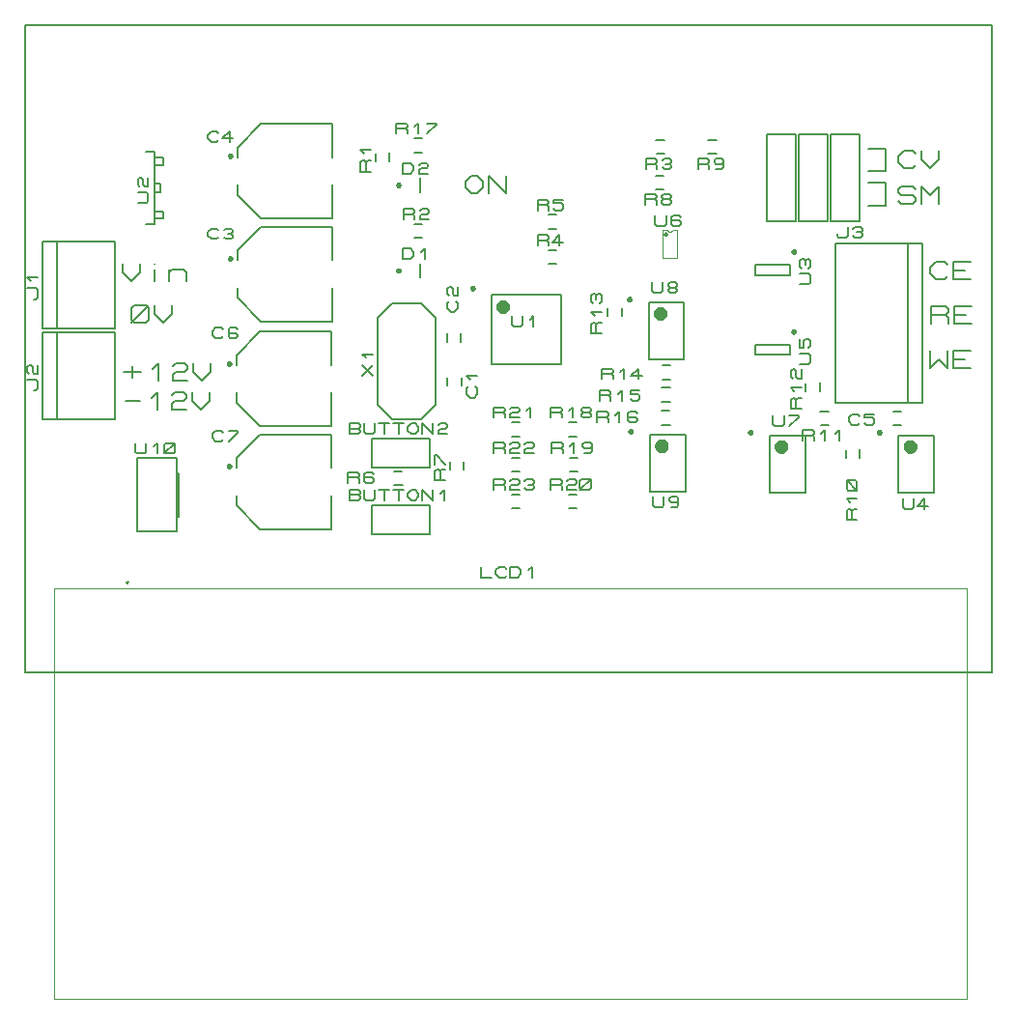
<source format=gbr>
G04 PROTEUS RS274X GERBER FILE*
%FSLAX45Y45*%
%MOMM*%
G01*
%ADD31C,0.203200*%
%ADD35C,0.250000*%
%ADD36C,0.200000*%
%ADD37C,0.600000*%
%ADD38C,0.101600*%
%ADD39C,0.100000*%
D31*
X-8406620Y+3782500D02*
X-8330420Y+3782500D01*
X-8330420Y+4417500D01*
X-8406620Y+4417500D01*
X-8330420Y+4061900D02*
X-8279620Y+4061900D01*
X-8279620Y+4138100D01*
X-8330420Y+4138100D01*
X-8330420Y+3833300D02*
X-8254220Y+3833300D01*
X-8254220Y+3896800D01*
X-8330420Y+3896800D01*
X-8330420Y+4366700D02*
X-8254220Y+4366700D01*
X-8254220Y+4303200D01*
X-8330420Y+4303200D02*
X-8254220Y+4303200D01*
X-8475200Y+3973000D02*
X-8399000Y+3973000D01*
X-8383760Y+3988875D01*
X-8383760Y+4052375D01*
X-8399000Y+4068250D01*
X-8475200Y+4068250D01*
X-8459960Y+4115875D02*
X-8475200Y+4131750D01*
X-8475200Y+4179375D01*
X-8459960Y+4195250D01*
X-8444720Y+4195250D01*
X-8429480Y+4179375D01*
X-8429480Y+4131750D01*
X-8414240Y+4115875D01*
X-8383760Y+4115875D01*
X-8383760Y+4195250D01*
X-8610000Y+3439200D02*
X-8610000Y+3363000D01*
X-8533800Y+3286800D01*
X-8457600Y+3363000D01*
X-8457600Y+3439200D01*
X-8330600Y+3388400D02*
X-8330600Y+3286800D01*
X-8330600Y+3439200D02*
X-8330600Y+3439200D01*
X-8203600Y+3286800D02*
X-8203600Y+3388400D01*
X-8203600Y+3363000D02*
X-8178200Y+3388400D01*
X-8076600Y+3388400D01*
X-8051200Y+3363000D01*
X-8051200Y+3286800D01*
X-9460000Y-140000D02*
X-990000Y-140000D01*
X-990000Y+5530000D01*
X-9460000Y+5530000D01*
X-9460000Y-140000D01*
X-8530000Y+2952200D02*
X-8530000Y+3053800D01*
X-8504600Y+3079200D01*
X-8403000Y+3079200D01*
X-8377600Y+3053800D01*
X-8377600Y+2952200D01*
X-8403000Y+2926800D01*
X-8504600Y+2926800D01*
X-8530000Y+2952200D01*
X-8530000Y+2926800D02*
X-8377600Y+3079200D01*
X-8326800Y+3079200D02*
X-8326800Y+3003000D01*
X-8250600Y+2926800D01*
X-8174400Y+3003000D01*
X-8174400Y+3079200D01*
D35*
X-7652500Y+3485000D02*
X-7652543Y+3486039D01*
X-7652895Y+3488118D01*
X-7653632Y+3490197D01*
X-7654836Y+3492276D01*
X-7656677Y+3494326D01*
X-7658756Y+3495829D01*
X-7660835Y+3496786D01*
X-7662914Y+3497325D01*
X-7664993Y+3497500D01*
X-7665000Y+3497500D01*
X-7677500Y+3485000D02*
X-7677457Y+3486039D01*
X-7677105Y+3488118D01*
X-7676368Y+3490197D01*
X-7675164Y+3492276D01*
X-7673323Y+3494326D01*
X-7671244Y+3495829D01*
X-7669165Y+3496786D01*
X-7667086Y+3497325D01*
X-7665007Y+3497500D01*
X-7665000Y+3497500D01*
X-7677500Y+3485000D02*
X-7677457Y+3483961D01*
X-7677105Y+3481882D01*
X-7676368Y+3479803D01*
X-7675164Y+3477724D01*
X-7673323Y+3475674D01*
X-7671244Y+3474171D01*
X-7669165Y+3473214D01*
X-7667086Y+3472675D01*
X-7665007Y+3472500D01*
X-7665000Y+3472500D01*
X-7652500Y+3485000D02*
X-7652543Y+3483961D01*
X-7652895Y+3481882D01*
X-7653632Y+3479803D01*
X-7654836Y+3477724D01*
X-7656677Y+3475674D01*
X-7658756Y+3474171D01*
X-7660835Y+3473214D01*
X-7662914Y+3472675D01*
X-7664993Y+3472500D01*
X-7665000Y+3472500D01*
D36*
X-7600000Y+3470000D02*
X-7600000Y+3557500D01*
X-7392500Y+3765000D01*
X-6770000Y+3765000D01*
X-6770000Y+3470000D01*
X-7600000Y+3230000D02*
X-7600000Y+3142500D01*
X-7392500Y+2935000D01*
X-6770000Y+2935000D01*
X-6770000Y+3230000D01*
D31*
X-7766750Y+3670720D02*
X-7782625Y+3655480D01*
X-7830250Y+3655480D01*
X-7862000Y+3685960D01*
X-7862000Y+3716440D01*
X-7830250Y+3746920D01*
X-7782625Y+3746920D01*
X-7766750Y+3731680D01*
X-7719125Y+3731680D02*
X-7703250Y+3746920D01*
X-7655625Y+3746920D01*
X-7639750Y+3731680D01*
X-7639750Y+3716440D01*
X-7655625Y+3701200D01*
X-7639750Y+3685960D01*
X-7639750Y+3670720D01*
X-7655625Y+3655480D01*
X-7703250Y+3655480D01*
X-7719125Y+3670720D01*
X-7687375Y+3701200D02*
X-7655625Y+3701200D01*
D35*
X-7652500Y+4385000D02*
X-7652543Y+4386039D01*
X-7652895Y+4388118D01*
X-7653632Y+4390197D01*
X-7654836Y+4392276D01*
X-7656677Y+4394326D01*
X-7658756Y+4395829D01*
X-7660835Y+4396786D01*
X-7662914Y+4397325D01*
X-7664993Y+4397500D01*
X-7665000Y+4397500D01*
X-7677500Y+4385000D02*
X-7677457Y+4386039D01*
X-7677105Y+4388118D01*
X-7676368Y+4390197D01*
X-7675164Y+4392276D01*
X-7673323Y+4394326D01*
X-7671244Y+4395829D01*
X-7669165Y+4396786D01*
X-7667086Y+4397325D01*
X-7665007Y+4397500D01*
X-7665000Y+4397500D01*
X-7677500Y+4385000D02*
X-7677457Y+4383961D01*
X-7677105Y+4381882D01*
X-7676368Y+4379803D01*
X-7675164Y+4377724D01*
X-7673323Y+4375674D01*
X-7671244Y+4374171D01*
X-7669165Y+4373214D01*
X-7667086Y+4372675D01*
X-7665007Y+4372500D01*
X-7665000Y+4372500D01*
X-7652500Y+4385000D02*
X-7652543Y+4383961D01*
X-7652895Y+4381882D01*
X-7653632Y+4379803D01*
X-7654836Y+4377724D01*
X-7656677Y+4375674D01*
X-7658756Y+4374171D01*
X-7660835Y+4373214D01*
X-7662914Y+4372675D01*
X-7664993Y+4372500D01*
X-7665000Y+4372500D01*
D36*
X-7600000Y+4370000D02*
X-7600000Y+4457500D01*
X-7392500Y+4665000D01*
X-6770000Y+4665000D01*
X-6770000Y+4370000D01*
X-7600000Y+4130000D02*
X-7600000Y+4042500D01*
X-7392500Y+3835000D01*
X-6770000Y+3835000D01*
X-6770000Y+4130000D01*
D31*
X-7766750Y+4520720D02*
X-7782625Y+4505480D01*
X-7830250Y+4505480D01*
X-7862000Y+4535960D01*
X-7862000Y+4566440D01*
X-7830250Y+4596920D01*
X-7782625Y+4596920D01*
X-7766750Y+4581680D01*
X-7639750Y+4535960D02*
X-7735000Y+4535960D01*
X-7671500Y+4596920D01*
X-7671500Y+4505480D01*
X-6049700Y+4538420D02*
X-5981120Y+4538420D01*
X-6049700Y+4416500D02*
X-5978580Y+4416500D01*
X-6207180Y+4579060D02*
X-6207180Y+4670500D01*
X-6127805Y+4670500D01*
X-6111930Y+4655260D01*
X-6111930Y+4640020D01*
X-6127805Y+4624780D01*
X-6207180Y+4624780D01*
X-6127805Y+4624780D02*
X-6111930Y+4609540D01*
X-6111930Y+4579060D01*
X-6048430Y+4640020D02*
X-6016680Y+4670500D01*
X-6016680Y+4579060D01*
X-5937305Y+4670500D02*
X-5857930Y+4670500D01*
X-5857930Y+4655260D01*
X-5937305Y+4579060D01*
D35*
X-6177500Y+4130000D02*
X-6177543Y+4131039D01*
X-6177895Y+4133118D01*
X-6178632Y+4135197D01*
X-6179836Y+4137276D01*
X-6181677Y+4139326D01*
X-6183756Y+4140829D01*
X-6185835Y+4141786D01*
X-6187914Y+4142325D01*
X-6189993Y+4142500D01*
X-6190000Y+4142500D01*
X-6202500Y+4130000D02*
X-6202457Y+4131039D01*
X-6202105Y+4133118D01*
X-6201368Y+4135197D01*
X-6200164Y+4137276D01*
X-6198323Y+4139326D01*
X-6196244Y+4140829D01*
X-6194165Y+4141786D01*
X-6192086Y+4142325D01*
X-6190007Y+4142500D01*
X-6190000Y+4142500D01*
X-6202500Y+4130000D02*
X-6202457Y+4128961D01*
X-6202105Y+4126882D01*
X-6201368Y+4124803D01*
X-6200164Y+4122724D01*
X-6198323Y+4120674D01*
X-6196244Y+4119171D01*
X-6194165Y+4118214D01*
X-6192086Y+4117675D01*
X-6190007Y+4117500D01*
X-6190000Y+4117500D01*
X-6177500Y+4130000D02*
X-6177543Y+4128961D01*
X-6177895Y+4126882D01*
X-6178632Y+4124803D01*
X-6179836Y+4122724D01*
X-6181677Y+4120674D01*
X-6183756Y+4119171D01*
X-6185835Y+4118214D01*
X-6187914Y+4117675D01*
X-6189993Y+4117500D01*
X-6190000Y+4117500D01*
D36*
X-6000000Y+4190000D02*
X-6000000Y+4070000D01*
D31*
X-6150750Y+4230480D02*
X-6150750Y+4321920D01*
X-6087250Y+4321920D01*
X-6055500Y+4291440D01*
X-6055500Y+4260960D01*
X-6087250Y+4230480D01*
X-6150750Y+4230480D01*
X-6007875Y+4306680D02*
X-5992000Y+4321920D01*
X-5944375Y+4321920D01*
X-5928500Y+4306680D01*
X-5928500Y+4291440D01*
X-5944375Y+4276200D01*
X-5992000Y+4276200D01*
X-6007875Y+4260960D01*
X-6007875Y+4230480D01*
X-5928500Y+4230480D01*
D36*
X-5375000Y+2555000D02*
X-4765000Y+2555000D01*
X-4765000Y+3165000D01*
X-5375000Y+3165000D01*
X-5375000Y+2555000D01*
D37*
X-5245000Y+3065000D02*
X-5245103Y+3067489D01*
X-5245945Y+3072469D01*
X-5247705Y+3077449D01*
X-5250582Y+3082429D01*
X-5254983Y+3087345D01*
X-5259963Y+3090959D01*
X-5264943Y+3093264D01*
X-5269923Y+3094567D01*
X-5274903Y+3095000D01*
X-5275000Y+3095000D01*
X-5305000Y+3065000D02*
X-5304897Y+3067489D01*
X-5304055Y+3072469D01*
X-5302295Y+3077449D01*
X-5299418Y+3082429D01*
X-5295017Y+3087345D01*
X-5290037Y+3090959D01*
X-5285057Y+3093264D01*
X-5280077Y+3094567D01*
X-5275097Y+3095000D01*
X-5275000Y+3095000D01*
X-5305000Y+3065000D02*
X-5304897Y+3062511D01*
X-5304055Y+3057531D01*
X-5302295Y+3052551D01*
X-5299418Y+3047571D01*
X-5295017Y+3042655D01*
X-5290037Y+3039041D01*
X-5285057Y+3036736D01*
X-5280077Y+3035433D01*
X-5275097Y+3035000D01*
X-5275000Y+3035000D01*
X-5245000Y+3065000D02*
X-5245103Y+3062511D01*
X-5245945Y+3057531D01*
X-5247705Y+3052551D01*
X-5250582Y+3047571D01*
X-5254983Y+3042655D01*
X-5259963Y+3039041D01*
X-5264943Y+3036736D01*
X-5269923Y+3035433D01*
X-5274903Y+3035000D01*
X-5275000Y+3035000D01*
D35*
X-5527500Y+3225000D02*
X-5527543Y+3226039D01*
X-5527895Y+3228118D01*
X-5528632Y+3230197D01*
X-5529836Y+3232276D01*
X-5531677Y+3234326D01*
X-5533756Y+3235829D01*
X-5535835Y+3236786D01*
X-5537914Y+3237325D01*
X-5539993Y+3237500D01*
X-5540000Y+3237500D01*
X-5552500Y+3225000D02*
X-5552457Y+3226039D01*
X-5552105Y+3228118D01*
X-5551368Y+3230197D01*
X-5550164Y+3232276D01*
X-5548323Y+3234326D01*
X-5546244Y+3235829D01*
X-5544165Y+3236786D01*
X-5542086Y+3237325D01*
X-5540007Y+3237500D01*
X-5540000Y+3237500D01*
X-5552500Y+3225000D02*
X-5552457Y+3223961D01*
X-5552105Y+3221882D01*
X-5551368Y+3219803D01*
X-5550164Y+3217724D01*
X-5548323Y+3215674D01*
X-5546244Y+3214171D01*
X-5544165Y+3213214D01*
X-5542086Y+3212675D01*
X-5540007Y+3212500D01*
X-5540000Y+3212500D01*
X-5527500Y+3225000D02*
X-5527543Y+3223961D01*
X-5527895Y+3221882D01*
X-5528632Y+3219803D01*
X-5529836Y+3217724D01*
X-5531677Y+3215674D01*
X-5533756Y+3214171D01*
X-5535835Y+3213214D01*
X-5537914Y+3212675D01*
X-5539993Y+3212500D01*
X-5540000Y+3212500D01*
D31*
X-5197000Y+2981920D02*
X-5197000Y+2905720D01*
X-5181125Y+2890480D01*
X-5117625Y+2890480D01*
X-5101750Y+2905720D01*
X-5101750Y+2981920D01*
X-5038250Y+2951440D02*
X-5006500Y+2981920D01*
X-5006500Y+2890480D01*
X-5641580Y+2826340D02*
X-5641580Y+2757760D01*
X-5763500Y+2826340D02*
X-5763500Y+2755220D01*
X-5684740Y+3111570D02*
X-5669500Y+3095695D01*
X-5669500Y+3048070D01*
X-5699980Y+3016320D01*
X-5730460Y+3016320D01*
X-5760940Y+3048070D01*
X-5760940Y+3095695D01*
X-5745700Y+3111570D01*
X-5745700Y+3159195D02*
X-5760940Y+3175070D01*
X-5760940Y+3222695D01*
X-5745700Y+3238570D01*
X-5730460Y+3238570D01*
X-5715220Y+3222695D01*
X-5715220Y+3175070D01*
X-5699980Y+3159195D01*
X-5669500Y+3159195D01*
X-5669500Y+3238570D01*
X-5758420Y+2370300D02*
X-5758420Y+2438880D01*
X-5636500Y+2370300D02*
X-5636500Y+2441420D01*
X-5514300Y+2361570D02*
X-5499060Y+2345695D01*
X-5499060Y+2298070D01*
X-5529540Y+2266320D01*
X-5560020Y+2266320D01*
X-5590500Y+2298070D01*
X-5590500Y+2345695D01*
X-5575260Y+2361570D01*
X-5560020Y+2425070D02*
X-5590500Y+2456820D01*
X-5499060Y+2456820D01*
X-6374000Y+2203000D02*
X-6374000Y+2965000D01*
X-6247000Y+3092000D01*
X-5993000Y+3092000D01*
X-5866000Y+2965000D01*
X-5866000Y+2203000D01*
X-5993000Y+2076000D01*
X-6247000Y+2076000D01*
X-6374000Y+2203000D01*
X-6506080Y+2457000D02*
X-6414640Y+2552250D01*
X-6414640Y+2457000D02*
X-6506080Y+2552250D01*
X-6475600Y+2615750D02*
X-6506080Y+2647500D01*
X-6414640Y+2647500D01*
X-2357020Y+2216780D02*
X-1595020Y+2216780D01*
X-1595020Y+3613780D01*
X-2357020Y+3613780D01*
X-2357020Y+2216780D01*
X-1722020Y+3613780D02*
X-1722020Y+2216780D01*
X-2345660Y+3700040D02*
X-2345660Y+3684800D01*
X-2329785Y+3669560D01*
X-2266285Y+3669560D01*
X-2250410Y+3684800D01*
X-2250410Y+3761000D01*
X-2202785Y+3745760D02*
X-2186910Y+3761000D01*
X-2139285Y+3761000D01*
X-2123410Y+3745760D01*
X-2123410Y+3730520D01*
X-2139285Y+3715280D01*
X-2123410Y+3700040D01*
X-2123410Y+3684800D01*
X-2139285Y+3669560D01*
X-2186910Y+3669560D01*
X-2202785Y+3684800D01*
X-2171035Y+3715280D02*
X-2139285Y+3715280D01*
X-9311000Y+2876000D02*
X-8676000Y+2876000D01*
X-8676000Y+3638000D01*
X-9311000Y+3638000D01*
X-9311000Y+2876000D01*
X-9184000Y+2876000D02*
X-9184000Y+3638000D01*
X-9382120Y+3130000D02*
X-9366880Y+3130000D01*
X-9351640Y+3145875D01*
X-9351640Y+3209375D01*
X-9366880Y+3225250D01*
X-9443080Y+3225250D01*
X-9412600Y+3288750D02*
X-9443080Y+3320500D01*
X-9351640Y+3320500D01*
X-9311000Y+2076000D02*
X-8676000Y+2076000D01*
X-8676000Y+2838000D01*
X-9311000Y+2838000D01*
X-9311000Y+2076000D01*
X-9184000Y+2076000D02*
X-9184000Y+2838000D01*
X-9382120Y+2330000D02*
X-9366880Y+2330000D01*
X-9351640Y+2345875D01*
X-9351640Y+2409375D01*
X-9366880Y+2425250D01*
X-9443080Y+2425250D01*
X-9427840Y+2472875D02*
X-9443080Y+2488750D01*
X-9443080Y+2536375D01*
X-9427840Y+2552250D01*
X-9412600Y+2552250D01*
X-9397360Y+2536375D01*
X-9397360Y+2488750D01*
X-9382120Y+2472875D01*
X-9351640Y+2472875D01*
X-9351640Y+2552250D01*
X-1377600Y+3332200D02*
X-1403000Y+3306800D01*
X-1479200Y+3306800D01*
X-1530000Y+3357600D01*
X-1530000Y+3408400D01*
X-1479200Y+3459200D01*
X-1403000Y+3459200D01*
X-1377600Y+3433800D01*
X-1174400Y+3306800D02*
X-1326800Y+3306800D01*
X-1326800Y+3459200D01*
X-1174400Y+3459200D01*
X-1326800Y+3383000D02*
X-1225200Y+3383000D01*
X-1520000Y+2916800D02*
X-1520000Y+3069200D01*
X-1393000Y+3069200D01*
X-1367600Y+3043800D01*
X-1367600Y+3018400D01*
X-1393000Y+2993000D01*
X-1520000Y+2993000D01*
X-1393000Y+2993000D02*
X-1367600Y+2967600D01*
X-1367600Y+2916800D01*
X-1164400Y+2916800D02*
X-1316800Y+2916800D01*
X-1316800Y+3069200D01*
X-1164400Y+3069200D01*
X-1316800Y+2993000D02*
X-1215200Y+2993000D01*
X-1530000Y+2679200D02*
X-1530000Y+2526800D01*
X-1453800Y+2603000D01*
X-1377600Y+2526800D01*
X-1377600Y+2679200D01*
X-1174400Y+2526800D02*
X-1326800Y+2526800D01*
X-1326800Y+2679200D01*
X-1174400Y+2679200D01*
X-1326800Y+2603000D02*
X-1225200Y+2603000D01*
X-5600000Y+4158400D02*
X-5549200Y+4209200D01*
X-5498400Y+4209200D01*
X-5447600Y+4158400D01*
X-5447600Y+4107600D01*
X-5498400Y+4056800D01*
X-5549200Y+4056800D01*
X-5600000Y+4107600D01*
X-5600000Y+4158400D01*
X-5396800Y+4056800D02*
X-5396800Y+4209200D01*
X-5244400Y+4056800D01*
X-5244400Y+4209200D01*
X-1657600Y+4302200D02*
X-1683000Y+4276800D01*
X-1759200Y+4276800D01*
X-1810000Y+4327600D01*
X-1810000Y+4378400D01*
X-1759200Y+4429200D01*
X-1683000Y+4429200D01*
X-1657600Y+4403800D01*
X-1606800Y+4429200D02*
X-1606800Y+4353000D01*
X-1530600Y+4276800D01*
X-1454400Y+4353000D01*
X-1454400Y+4429200D01*
X-2957000Y+3813000D02*
X-2703000Y+3813000D01*
X-2703000Y+4575000D01*
X-2957000Y+4575000D01*
X-2957000Y+3813000D01*
X-2677000Y+3813000D02*
X-2423000Y+3813000D01*
X-2423000Y+4575000D01*
X-2677000Y+4575000D01*
X-2677000Y+3813000D01*
X-2397000Y+3813000D02*
X-2143000Y+3813000D01*
X-2143000Y+4575000D01*
X-2397000Y+4575000D01*
X-2397000Y+3813000D01*
X-2070000Y+4450000D02*
X-1920000Y+4450000D01*
X-1920000Y+4250000D01*
X-2070000Y+4250000D01*
X-2070000Y+4150000D02*
X-1920000Y+4150000D01*
X-1920000Y+3950000D01*
X-2070000Y+3950000D01*
X-1810000Y+3992200D02*
X-1784600Y+3966800D01*
X-1683000Y+3966800D01*
X-1657600Y+3992200D01*
X-1657600Y+4017600D01*
X-1683000Y+4043000D01*
X-1784600Y+4043000D01*
X-1810000Y+4068400D01*
X-1810000Y+4093800D01*
X-1784600Y+4119200D01*
X-1683000Y+4119200D01*
X-1657600Y+4093800D01*
X-1606800Y+3966800D02*
X-1606800Y+4119200D01*
X-1530600Y+4043000D01*
X-1454400Y+4119200D01*
X-1454400Y+3966800D01*
X-8600000Y+2493000D02*
X-8447600Y+2493000D01*
X-8523800Y+2543800D02*
X-8523800Y+2442200D01*
X-8346000Y+2518400D02*
X-8295200Y+2569200D01*
X-8295200Y+2416800D01*
X-8168200Y+2543800D02*
X-8142800Y+2569200D01*
X-8066600Y+2569200D01*
X-8041200Y+2543800D01*
X-8041200Y+2518400D01*
X-8066600Y+2493000D01*
X-8142800Y+2493000D01*
X-8168200Y+2467600D01*
X-8168200Y+2416800D01*
X-8041200Y+2416800D01*
X-7990400Y+2569200D02*
X-7990400Y+2493000D01*
X-7914200Y+2416800D01*
X-7838000Y+2493000D01*
X-7838000Y+2569200D01*
X-8584600Y+2233000D02*
X-8457600Y+2233000D01*
X-8356000Y+2258400D02*
X-8305200Y+2309200D01*
X-8305200Y+2156800D01*
X-8178200Y+2283800D02*
X-8152800Y+2309200D01*
X-8076600Y+2309200D01*
X-8051200Y+2283800D01*
X-8051200Y+2258400D01*
X-8076600Y+2233000D01*
X-8152800Y+2233000D01*
X-8178200Y+2207600D01*
X-8178200Y+2156800D01*
X-8051200Y+2156800D01*
X-8000400Y+2309200D02*
X-8000400Y+2233000D01*
X-7924200Y+2156800D01*
X-7848000Y+2233000D01*
X-7848000Y+2309200D01*
D35*
X-2712500Y+2845000D02*
X-2712543Y+2846039D01*
X-2712895Y+2848118D01*
X-2713632Y+2850197D01*
X-2714836Y+2852276D01*
X-2716677Y+2854326D01*
X-2718756Y+2855829D01*
X-2720835Y+2856786D01*
X-2722914Y+2857325D01*
X-2724993Y+2857500D01*
X-2725000Y+2857500D01*
X-2737500Y+2845000D02*
X-2737457Y+2846039D01*
X-2737105Y+2848118D01*
X-2736368Y+2850197D01*
X-2735164Y+2852276D01*
X-2733323Y+2854326D01*
X-2731244Y+2855829D01*
X-2729165Y+2856786D01*
X-2727086Y+2857325D01*
X-2725007Y+2857500D01*
X-2725000Y+2857500D01*
X-2737500Y+2845000D02*
X-2737457Y+2843961D01*
X-2737105Y+2841882D01*
X-2736368Y+2839803D01*
X-2735164Y+2837724D01*
X-2733323Y+2835674D01*
X-2731244Y+2834171D01*
X-2729165Y+2833214D01*
X-2727086Y+2832675D01*
X-2725007Y+2832500D01*
X-2725000Y+2832500D01*
X-2712500Y+2845000D02*
X-2712543Y+2843961D01*
X-2712895Y+2841882D01*
X-2713632Y+2839803D01*
X-2714836Y+2837724D01*
X-2716677Y+2835674D01*
X-2718756Y+2834171D01*
X-2720835Y+2833214D01*
X-2722914Y+2832675D01*
X-2724993Y+2832500D01*
X-2725000Y+2832500D01*
D36*
X-3065000Y+2730000D02*
X-3065000Y+2640000D01*
X-2755000Y+2640000D01*
X-2755000Y+2730000D01*
X-3065000Y+2730000D01*
D31*
X-2669520Y+2558000D02*
X-2593320Y+2558000D01*
X-2578080Y+2573875D01*
X-2578080Y+2637375D01*
X-2593320Y+2653250D01*
X-2669520Y+2653250D01*
X-2669520Y+2780250D02*
X-2669520Y+2700875D01*
X-2639040Y+2700875D01*
X-2639040Y+2764375D01*
X-2623800Y+2780250D01*
X-2593320Y+2780250D01*
X-2578080Y+2764375D01*
X-2578080Y+2716750D01*
X-2593320Y+2700875D01*
D35*
X-2712500Y+3545000D02*
X-2712543Y+3546039D01*
X-2712895Y+3548118D01*
X-2713632Y+3550197D01*
X-2714836Y+3552276D01*
X-2716677Y+3554326D01*
X-2718756Y+3555829D01*
X-2720835Y+3556786D01*
X-2722914Y+3557325D01*
X-2724993Y+3557500D01*
X-2725000Y+3557500D01*
X-2737500Y+3545000D02*
X-2737457Y+3546039D01*
X-2737105Y+3548118D01*
X-2736368Y+3550197D01*
X-2735164Y+3552276D01*
X-2733323Y+3554326D01*
X-2731244Y+3555829D01*
X-2729165Y+3556786D01*
X-2727086Y+3557325D01*
X-2725007Y+3557500D01*
X-2725000Y+3557500D01*
X-2737500Y+3545000D02*
X-2737457Y+3543961D01*
X-2737105Y+3541882D01*
X-2736368Y+3539803D01*
X-2735164Y+3537724D01*
X-2733323Y+3535674D01*
X-2731244Y+3534171D01*
X-2729165Y+3533214D01*
X-2727086Y+3532675D01*
X-2725007Y+3532500D01*
X-2725000Y+3532500D01*
X-2712500Y+3545000D02*
X-2712543Y+3543961D01*
X-2712895Y+3541882D01*
X-2713632Y+3539803D01*
X-2714836Y+3537724D01*
X-2716677Y+3535674D01*
X-2718756Y+3534171D01*
X-2720835Y+3533214D01*
X-2722914Y+3532675D01*
X-2724993Y+3532500D01*
X-2725000Y+3532500D01*
D36*
X-3065000Y+3430000D02*
X-3065000Y+3340000D01*
X-2755000Y+3340000D01*
X-2755000Y+3430000D01*
X-3065000Y+3430000D01*
D31*
X-2669520Y+3258000D02*
X-2593320Y+3258000D01*
X-2578080Y+3273875D01*
X-2578080Y+3337375D01*
X-2593320Y+3353250D01*
X-2669520Y+3353250D01*
X-2654280Y+3400875D02*
X-2669520Y+3416750D01*
X-2669520Y+3464375D01*
X-2654280Y+3480250D01*
X-2639040Y+3480250D01*
X-2623800Y+3464375D01*
X-2608560Y+3480250D01*
X-2593320Y+3480250D01*
X-2578080Y+3464375D01*
X-2578080Y+3416750D01*
X-2593320Y+3400875D01*
X-2623800Y+3432625D02*
X-2623800Y+3464375D01*
D35*
X-3092500Y+1961500D02*
X-3092543Y+1962539D01*
X-3092895Y+1964618D01*
X-3093632Y+1966697D01*
X-3094836Y+1968776D01*
X-3096677Y+1970826D01*
X-3098756Y+1972329D01*
X-3100835Y+1973286D01*
X-3102914Y+1973825D01*
X-3104993Y+1974000D01*
X-3105000Y+1974000D01*
X-3117500Y+1961500D02*
X-3117457Y+1962539D01*
X-3117105Y+1964618D01*
X-3116368Y+1966697D01*
X-3115164Y+1968776D01*
X-3113323Y+1970826D01*
X-3111244Y+1972329D01*
X-3109165Y+1973286D01*
X-3107086Y+1973825D01*
X-3105007Y+1974000D01*
X-3105000Y+1974000D01*
X-3117500Y+1961500D02*
X-3117457Y+1960461D01*
X-3117105Y+1958382D01*
X-3116368Y+1956303D01*
X-3115164Y+1954224D01*
X-3113323Y+1952174D01*
X-3111244Y+1950671D01*
X-3109165Y+1949714D01*
X-3107086Y+1949175D01*
X-3105007Y+1949000D01*
X-3105000Y+1949000D01*
X-3092500Y+1961500D02*
X-3092543Y+1960461D01*
X-3092895Y+1958382D01*
X-3093632Y+1956303D01*
X-3094836Y+1954224D01*
X-3096677Y+1952174D01*
X-3098756Y+1950671D01*
X-3100835Y+1949714D01*
X-3102914Y+1949175D01*
X-3104993Y+1949000D01*
X-3105000Y+1949000D01*
D36*
X-2935000Y+1436500D02*
X-2625000Y+1436500D01*
X-2625000Y+1936500D01*
X-2935000Y+1936500D01*
X-2935000Y+1436500D01*
D37*
X-2805000Y+1836500D02*
X-2805103Y+1838989D01*
X-2805945Y+1843969D01*
X-2807705Y+1848949D01*
X-2810582Y+1853929D01*
X-2814983Y+1858845D01*
X-2819963Y+1862459D01*
X-2824943Y+1864764D01*
X-2829923Y+1866067D01*
X-2834903Y+1866500D01*
X-2835000Y+1866500D01*
X-2865000Y+1836500D02*
X-2864897Y+1838989D01*
X-2864055Y+1843969D01*
X-2862295Y+1848949D01*
X-2859418Y+1853929D01*
X-2855017Y+1858845D01*
X-2850037Y+1862459D01*
X-2845057Y+1864764D01*
X-2840077Y+1866067D01*
X-2835097Y+1866500D01*
X-2835000Y+1866500D01*
X-2865000Y+1836500D02*
X-2864897Y+1834011D01*
X-2864055Y+1829031D01*
X-2862295Y+1824051D01*
X-2859418Y+1819071D01*
X-2855017Y+1814155D01*
X-2850037Y+1810541D01*
X-2845057Y+1808236D01*
X-2840077Y+1806933D01*
X-2835097Y+1806500D01*
X-2835000Y+1806500D01*
X-2805000Y+1836500D02*
X-2805103Y+1834011D01*
X-2805945Y+1829031D01*
X-2807705Y+1824051D01*
X-2810582Y+1819071D01*
X-2814983Y+1814155D01*
X-2819963Y+1810541D01*
X-2824943Y+1808236D01*
X-2829923Y+1806933D01*
X-2834903Y+1806500D01*
X-2835000Y+1806500D01*
D31*
X-2907000Y+2108420D02*
X-2907000Y+2032220D01*
X-2891125Y+2016980D01*
X-2827625Y+2016980D01*
X-2811750Y+2032220D01*
X-2811750Y+2108420D01*
X-2764125Y+2108420D02*
X-2684750Y+2108420D01*
X-2684750Y+2093180D01*
X-2764125Y+2016980D01*
D35*
X-1962500Y+1961500D02*
X-1962543Y+1962539D01*
X-1962895Y+1964618D01*
X-1963632Y+1966697D01*
X-1964836Y+1968776D01*
X-1966677Y+1970826D01*
X-1968756Y+1972329D01*
X-1970835Y+1973286D01*
X-1972914Y+1973825D01*
X-1974993Y+1974000D01*
X-1975000Y+1974000D01*
X-1987500Y+1961500D02*
X-1987457Y+1962539D01*
X-1987105Y+1964618D01*
X-1986368Y+1966697D01*
X-1985164Y+1968776D01*
X-1983323Y+1970826D01*
X-1981244Y+1972329D01*
X-1979165Y+1973286D01*
X-1977086Y+1973825D01*
X-1975007Y+1974000D01*
X-1975000Y+1974000D01*
X-1987500Y+1961500D02*
X-1987457Y+1960461D01*
X-1987105Y+1958382D01*
X-1986368Y+1956303D01*
X-1985164Y+1954224D01*
X-1983323Y+1952174D01*
X-1981244Y+1950671D01*
X-1979165Y+1949714D01*
X-1977086Y+1949175D01*
X-1975007Y+1949000D01*
X-1975000Y+1949000D01*
X-1962500Y+1961500D02*
X-1962543Y+1960461D01*
X-1962895Y+1958382D01*
X-1963632Y+1956303D01*
X-1964836Y+1954224D01*
X-1966677Y+1952174D01*
X-1968756Y+1950671D01*
X-1970835Y+1949714D01*
X-1972914Y+1949175D01*
X-1974993Y+1949000D01*
X-1975000Y+1949000D01*
D36*
X-1805000Y+1436500D02*
X-1495000Y+1436500D01*
X-1495000Y+1936500D01*
X-1805000Y+1936500D01*
X-1805000Y+1436500D01*
D37*
X-1675000Y+1836500D02*
X-1675103Y+1838989D01*
X-1675945Y+1843969D01*
X-1677705Y+1848949D01*
X-1680582Y+1853929D01*
X-1684983Y+1858845D01*
X-1689963Y+1862459D01*
X-1694943Y+1864764D01*
X-1699923Y+1866067D01*
X-1704903Y+1866500D01*
X-1705000Y+1866500D01*
X-1735000Y+1836500D02*
X-1734897Y+1838989D01*
X-1734055Y+1843969D01*
X-1732295Y+1848949D01*
X-1729418Y+1853929D01*
X-1725017Y+1858845D01*
X-1720037Y+1862459D01*
X-1715057Y+1864764D01*
X-1710077Y+1866067D01*
X-1705097Y+1866500D01*
X-1705000Y+1866500D01*
X-1735000Y+1836500D02*
X-1734897Y+1834011D01*
X-1734055Y+1829031D01*
X-1732295Y+1824051D01*
X-1729418Y+1819071D01*
X-1725017Y+1814155D01*
X-1720037Y+1810541D01*
X-1715057Y+1808236D01*
X-1710077Y+1806933D01*
X-1705097Y+1806500D01*
X-1705000Y+1806500D01*
X-1675000Y+1836500D02*
X-1675103Y+1834011D01*
X-1675945Y+1829031D01*
X-1677705Y+1824051D01*
X-1680582Y+1819071D01*
X-1684983Y+1814155D01*
X-1689963Y+1810541D01*
X-1694943Y+1808236D01*
X-1699923Y+1806933D01*
X-1704903Y+1806500D01*
X-1705000Y+1806500D01*
D31*
X-1767000Y+1378420D02*
X-1767000Y+1302220D01*
X-1751125Y+1286980D01*
X-1687625Y+1286980D01*
X-1671750Y+1302220D01*
X-1671750Y+1378420D01*
X-1544750Y+1317460D02*
X-1640000Y+1317460D01*
X-1576500Y+1378420D01*
X-1576500Y+1286980D01*
D35*
X-4142500Y+1968500D02*
X-4142543Y+1969539D01*
X-4142895Y+1971618D01*
X-4143632Y+1973697D01*
X-4144836Y+1975776D01*
X-4146677Y+1977826D01*
X-4148756Y+1979329D01*
X-4150835Y+1980286D01*
X-4152914Y+1980825D01*
X-4154993Y+1981000D01*
X-4155000Y+1981000D01*
X-4167500Y+1968500D02*
X-4167457Y+1969539D01*
X-4167105Y+1971618D01*
X-4166368Y+1973697D01*
X-4165164Y+1975776D01*
X-4163323Y+1977826D01*
X-4161244Y+1979329D01*
X-4159165Y+1980286D01*
X-4157086Y+1980825D01*
X-4155007Y+1981000D01*
X-4155000Y+1981000D01*
X-4167500Y+1968500D02*
X-4167457Y+1967461D01*
X-4167105Y+1965382D01*
X-4166368Y+1963303D01*
X-4165164Y+1961224D01*
X-4163323Y+1959174D01*
X-4161244Y+1957671D01*
X-4159165Y+1956714D01*
X-4157086Y+1956175D01*
X-4155007Y+1956000D01*
X-4155000Y+1956000D01*
X-4142500Y+1968500D02*
X-4142543Y+1967461D01*
X-4142895Y+1965382D01*
X-4143632Y+1963303D01*
X-4144836Y+1961224D01*
X-4146677Y+1959174D01*
X-4148756Y+1957671D01*
X-4150835Y+1956714D01*
X-4152914Y+1956175D01*
X-4154993Y+1956000D01*
X-4155000Y+1956000D01*
D36*
X-3985000Y+1443500D02*
X-3675000Y+1443500D01*
X-3675000Y+1943500D01*
X-3985000Y+1943500D01*
X-3985000Y+1443500D01*
D37*
X-3855000Y+1843500D02*
X-3855103Y+1845989D01*
X-3855945Y+1850969D01*
X-3857705Y+1855949D01*
X-3860582Y+1860929D01*
X-3864983Y+1865845D01*
X-3869963Y+1869459D01*
X-3874943Y+1871764D01*
X-3879923Y+1873067D01*
X-3884903Y+1873500D01*
X-3885000Y+1873500D01*
X-3915000Y+1843500D02*
X-3914897Y+1845989D01*
X-3914055Y+1850969D01*
X-3912295Y+1855949D01*
X-3909418Y+1860929D01*
X-3905017Y+1865845D01*
X-3900037Y+1869459D01*
X-3895057Y+1871764D01*
X-3890077Y+1873067D01*
X-3885097Y+1873500D01*
X-3885000Y+1873500D01*
X-3915000Y+1843500D02*
X-3914897Y+1841011D01*
X-3914055Y+1836031D01*
X-3912295Y+1831051D01*
X-3909418Y+1826071D01*
X-3905017Y+1821155D01*
X-3900037Y+1817541D01*
X-3895057Y+1815236D01*
X-3890077Y+1813933D01*
X-3885097Y+1813500D01*
X-3885000Y+1813500D01*
X-3855000Y+1843500D02*
X-3855103Y+1841011D01*
X-3855945Y+1836031D01*
X-3857705Y+1831051D01*
X-3860582Y+1826071D01*
X-3864983Y+1821155D01*
X-3869963Y+1817541D01*
X-3874943Y+1815236D01*
X-3879923Y+1813933D01*
X-3884903Y+1813500D01*
X-3885000Y+1813500D01*
D31*
X-3957000Y+1395420D02*
X-3957000Y+1319220D01*
X-3941125Y+1303980D01*
X-3877625Y+1303980D01*
X-3861750Y+1319220D01*
X-3861750Y+1395420D01*
X-3734750Y+1364940D02*
X-3750625Y+1349700D01*
X-3798250Y+1349700D01*
X-3814125Y+1364940D01*
X-3814125Y+1380180D01*
X-3798250Y+1395420D01*
X-3750625Y+1395420D01*
X-3734750Y+1380180D01*
X-3734750Y+1319220D01*
X-3750625Y+1303980D01*
X-3798250Y+1303980D01*
D35*
X-4152500Y+3128500D02*
X-4152543Y+3129539D01*
X-4152895Y+3131618D01*
X-4153632Y+3133697D01*
X-4154836Y+3135776D01*
X-4156677Y+3137826D01*
X-4158756Y+3139329D01*
X-4160835Y+3140286D01*
X-4162914Y+3140825D01*
X-4164993Y+3141000D01*
X-4165000Y+3141000D01*
X-4177500Y+3128500D02*
X-4177457Y+3129539D01*
X-4177105Y+3131618D01*
X-4176368Y+3133697D01*
X-4175164Y+3135776D01*
X-4173323Y+3137826D01*
X-4171244Y+3139329D01*
X-4169165Y+3140286D01*
X-4167086Y+3140825D01*
X-4165007Y+3141000D01*
X-4165000Y+3141000D01*
X-4177500Y+3128500D02*
X-4177457Y+3127461D01*
X-4177105Y+3125382D01*
X-4176368Y+3123303D01*
X-4175164Y+3121224D01*
X-4173323Y+3119174D01*
X-4171244Y+3117671D01*
X-4169165Y+3116714D01*
X-4167086Y+3116175D01*
X-4165007Y+3116000D01*
X-4165000Y+3116000D01*
X-4152500Y+3128500D02*
X-4152543Y+3127461D01*
X-4152895Y+3125382D01*
X-4153632Y+3123303D01*
X-4154836Y+3121224D01*
X-4156677Y+3119174D01*
X-4158756Y+3117671D01*
X-4160835Y+3116714D01*
X-4162914Y+3116175D01*
X-4164993Y+3116000D01*
X-4165000Y+3116000D01*
D36*
X-3995000Y+2603500D02*
X-3685000Y+2603500D01*
X-3685000Y+3103500D01*
X-3995000Y+3103500D01*
X-3995000Y+2603500D01*
D37*
X-3865000Y+3003500D02*
X-3865103Y+3005989D01*
X-3865945Y+3010969D01*
X-3867705Y+3015949D01*
X-3870582Y+3020929D01*
X-3874983Y+3025845D01*
X-3879963Y+3029459D01*
X-3884943Y+3031764D01*
X-3889923Y+3033067D01*
X-3894903Y+3033500D01*
X-3895000Y+3033500D01*
X-3925000Y+3003500D02*
X-3924897Y+3005989D01*
X-3924055Y+3010969D01*
X-3922295Y+3015949D01*
X-3919418Y+3020929D01*
X-3915017Y+3025845D01*
X-3910037Y+3029459D01*
X-3905057Y+3031764D01*
X-3900077Y+3033067D01*
X-3895097Y+3033500D01*
X-3895000Y+3033500D01*
X-3925000Y+3003500D02*
X-3924897Y+3001011D01*
X-3924055Y+2996031D01*
X-3922295Y+2991051D01*
X-3919418Y+2986071D01*
X-3915017Y+2981155D01*
X-3910037Y+2977541D01*
X-3905057Y+2975236D01*
X-3900077Y+2973933D01*
X-3895097Y+2973500D01*
X-3895000Y+2973500D01*
X-3865000Y+3003500D02*
X-3865103Y+3001011D01*
X-3865945Y+2996031D01*
X-3867705Y+2991051D01*
X-3870582Y+2986071D01*
X-3874983Y+2981155D01*
X-3879963Y+2977541D01*
X-3884943Y+2975236D01*
X-3889923Y+2973933D01*
X-3894903Y+2973500D01*
X-3895000Y+2973500D01*
D31*
X-3967000Y+3275420D02*
X-3967000Y+3199220D01*
X-3951125Y+3183980D01*
X-3887625Y+3183980D01*
X-3871750Y+3199220D01*
X-3871750Y+3275420D01*
X-3808250Y+3229700D02*
X-3824125Y+3244940D01*
X-3824125Y+3260180D01*
X-3808250Y+3275420D01*
X-3760625Y+3275420D01*
X-3744750Y+3260180D01*
X-3744750Y+3244940D01*
X-3760625Y+3229700D01*
X-3808250Y+3229700D01*
X-3824125Y+3214460D01*
X-3824125Y+3199220D01*
X-3808250Y+3183980D01*
X-3760625Y+3183980D01*
X-3744750Y+3199220D01*
X-3744750Y+3214460D01*
X-3760625Y+3229700D01*
X-1783660Y+2021580D02*
X-1852240Y+2021580D01*
X-1783660Y+2143500D02*
X-1854780Y+2143500D01*
X-2148430Y+2044740D02*
X-2164305Y+2029500D01*
X-2211930Y+2029500D01*
X-2243680Y+2059980D01*
X-2243680Y+2090460D01*
X-2211930Y+2120940D01*
X-2164305Y+2120940D01*
X-2148430Y+2105700D01*
X-2021430Y+2120940D02*
X-2100805Y+2120940D01*
X-2100805Y+2090460D01*
X-2037305Y+2090460D01*
X-2021430Y+2075220D01*
X-2021430Y+2044740D01*
X-2037305Y+2029500D01*
X-2084930Y+2029500D01*
X-2100805Y+2044740D01*
X-2268420Y+1740300D02*
X-2268420Y+1808880D01*
X-2146500Y+1740300D02*
X-2146500Y+1811420D01*
X-2169060Y+1192820D02*
X-2260500Y+1192820D01*
X-2260500Y+1272195D01*
X-2245260Y+1288070D01*
X-2230020Y+1288070D01*
X-2214780Y+1272195D01*
X-2214780Y+1192820D01*
X-2214780Y+1272195D02*
X-2199540Y+1288070D01*
X-2169060Y+1288070D01*
X-2230020Y+1351570D02*
X-2260500Y+1383320D01*
X-2169060Y+1383320D01*
X-2184300Y+1446820D02*
X-2245260Y+1446820D01*
X-2260500Y+1462695D01*
X-2260500Y+1526195D01*
X-2245260Y+1542070D01*
X-2184300Y+1542070D01*
X-2169060Y+1526195D01*
X-2169060Y+1462695D01*
X-2184300Y+1446820D01*
X-2169060Y+1446820D02*
X-2260500Y+1542070D01*
D38*
X-3875000Y+3737500D02*
X-3875000Y+3487500D01*
X-3872520Y+3486240D02*
X-3745520Y+3486240D01*
X-3745000Y+3487500D02*
X-3745000Y+3737500D01*
X-3835000Y+3737500D02*
X-3829219Y+3723281D01*
X-3815000Y+3717500D01*
X-3785000Y+3737500D02*
X-3790781Y+3723281D01*
X-3805000Y+3717500D01*
X-3785000Y+3737500D02*
X-3745000Y+3737500D01*
X-3835000Y+3737500D02*
X-3875000Y+3737500D01*
X-3815000Y+3717500D02*
X-3805000Y+3717500D01*
D31*
X-3835000Y+3697500D02*
X-3835035Y+3698331D01*
X-3835316Y+3699995D01*
X-3835906Y+3701659D01*
X-3836870Y+3703323D01*
X-3838345Y+3704964D01*
X-3840009Y+3706165D01*
X-3841673Y+3706930D01*
X-3843337Y+3707361D01*
X-3845000Y+3707500D01*
X-3855000Y+3697500D02*
X-3854965Y+3698331D01*
X-3854684Y+3699995D01*
X-3854094Y+3701659D01*
X-3853130Y+3703323D01*
X-3851655Y+3704964D01*
X-3849991Y+3706165D01*
X-3848327Y+3706930D01*
X-3846663Y+3707361D01*
X-3845000Y+3707500D01*
X-3855000Y+3697500D02*
X-3854965Y+3696669D01*
X-3854684Y+3695005D01*
X-3854094Y+3693341D01*
X-3853130Y+3691677D01*
X-3851655Y+3690036D01*
X-3849991Y+3688835D01*
X-3848327Y+3688070D01*
X-3846663Y+3687639D01*
X-3845000Y+3687500D01*
X-3835000Y+3697500D02*
X-3835035Y+3696669D01*
X-3835316Y+3695005D01*
X-3835906Y+3693341D01*
X-3836870Y+3691677D01*
X-3838345Y+3690036D01*
X-3840009Y+3688835D01*
X-3841673Y+3688070D01*
X-3843337Y+3687639D01*
X-3845000Y+3687500D01*
X-3939540Y+3864500D02*
X-3939540Y+3788300D01*
X-3923665Y+3773060D01*
X-3860165Y+3773060D01*
X-3844290Y+3788300D01*
X-3844290Y+3864500D01*
X-3717290Y+3849260D02*
X-3733165Y+3864500D01*
X-3780790Y+3864500D01*
X-3796665Y+3849260D01*
X-3796665Y+3788300D01*
X-3780790Y+3773060D01*
X-3733165Y+3773060D01*
X-3717290Y+3788300D01*
X-3717290Y+3803540D01*
X-3733165Y+3818780D01*
X-3796665Y+3818780D01*
X-8482840Y+1735120D02*
X-8482840Y+1095040D01*
X-8134860Y+1095040D01*
X-8134860Y+1735120D01*
X-8480300Y+1735120D01*
X-8134860Y+1600500D02*
X-8114540Y+1600500D01*
X-8114540Y+1222040D01*
X-8132320Y+1222040D01*
X-8495540Y+1867200D02*
X-8495540Y+1791000D01*
X-8479665Y+1775760D01*
X-8416165Y+1775760D01*
X-8400290Y+1791000D01*
X-8400290Y+1867200D01*
X-8336790Y+1836720D02*
X-8305040Y+1867200D01*
X-8305040Y+1775760D01*
X-8241540Y+1791000D02*
X-8241540Y+1851960D01*
X-8225665Y+1867200D01*
X-8162165Y+1867200D01*
X-8146290Y+1851960D01*
X-8146290Y+1791000D01*
X-8162165Y+1775760D01*
X-8225665Y+1775760D01*
X-8241540Y+1791000D01*
X-8241540Y+1775760D02*
X-8146290Y+1867200D01*
D35*
X-7662500Y+2565000D02*
X-7662543Y+2566039D01*
X-7662895Y+2568118D01*
X-7663632Y+2570197D01*
X-7664836Y+2572276D01*
X-7666677Y+2574326D01*
X-7668756Y+2575829D01*
X-7670835Y+2576786D01*
X-7672914Y+2577325D01*
X-7674993Y+2577500D01*
X-7675000Y+2577500D01*
X-7687500Y+2565000D02*
X-7687457Y+2566039D01*
X-7687105Y+2568118D01*
X-7686368Y+2570197D01*
X-7685164Y+2572276D01*
X-7683323Y+2574326D01*
X-7681244Y+2575829D01*
X-7679165Y+2576786D01*
X-7677086Y+2577325D01*
X-7675007Y+2577500D01*
X-7675000Y+2577500D01*
X-7687500Y+2565000D02*
X-7687457Y+2563961D01*
X-7687105Y+2561882D01*
X-7686368Y+2559803D01*
X-7685164Y+2557724D01*
X-7683323Y+2555674D01*
X-7681244Y+2554171D01*
X-7679165Y+2553214D01*
X-7677086Y+2552675D01*
X-7675007Y+2552500D01*
X-7675000Y+2552500D01*
X-7662500Y+2565000D02*
X-7662543Y+2563961D01*
X-7662895Y+2561882D01*
X-7663632Y+2559803D01*
X-7664836Y+2557724D01*
X-7666677Y+2555674D01*
X-7668756Y+2554171D01*
X-7670835Y+2553214D01*
X-7672914Y+2552675D01*
X-7674993Y+2552500D01*
X-7675000Y+2552500D01*
D36*
X-7610000Y+2550000D02*
X-7610000Y+2637500D01*
X-7402500Y+2845000D01*
X-6780000Y+2845000D01*
X-6780000Y+2550000D01*
X-7610000Y+2310000D02*
X-7610000Y+2222500D01*
X-7402500Y+2015000D01*
X-6780000Y+2015000D01*
X-6780000Y+2310000D01*
D31*
X-7726750Y+2800720D02*
X-7742625Y+2785480D01*
X-7790250Y+2785480D01*
X-7822000Y+2815960D01*
X-7822000Y+2846440D01*
X-7790250Y+2876920D01*
X-7742625Y+2876920D01*
X-7726750Y+2861680D01*
X-7599750Y+2861680D02*
X-7615625Y+2876920D01*
X-7663250Y+2876920D01*
X-7679125Y+2861680D01*
X-7679125Y+2800720D01*
X-7663250Y+2785480D01*
X-7615625Y+2785480D01*
X-7599750Y+2800720D01*
X-7599750Y+2815960D01*
X-7615625Y+2831200D01*
X-7679125Y+2831200D01*
D35*
X-7662500Y+1665000D02*
X-7662543Y+1666039D01*
X-7662895Y+1668118D01*
X-7663632Y+1670197D01*
X-7664836Y+1672276D01*
X-7666677Y+1674326D01*
X-7668756Y+1675829D01*
X-7670835Y+1676786D01*
X-7672914Y+1677325D01*
X-7674993Y+1677500D01*
X-7675000Y+1677500D01*
X-7687500Y+1665000D02*
X-7687457Y+1666039D01*
X-7687105Y+1668118D01*
X-7686368Y+1670197D01*
X-7685164Y+1672276D01*
X-7683323Y+1674326D01*
X-7681244Y+1675829D01*
X-7679165Y+1676786D01*
X-7677086Y+1677325D01*
X-7675007Y+1677500D01*
X-7675000Y+1677500D01*
X-7687500Y+1665000D02*
X-7687457Y+1663961D01*
X-7687105Y+1661882D01*
X-7686368Y+1659803D01*
X-7685164Y+1657724D01*
X-7683323Y+1655674D01*
X-7681244Y+1654171D01*
X-7679165Y+1653214D01*
X-7677086Y+1652675D01*
X-7675007Y+1652500D01*
X-7675000Y+1652500D01*
X-7662500Y+1665000D02*
X-7662543Y+1663961D01*
X-7662895Y+1661882D01*
X-7663632Y+1659803D01*
X-7664836Y+1657724D01*
X-7666677Y+1655674D01*
X-7668756Y+1654171D01*
X-7670835Y+1653214D01*
X-7672914Y+1652675D01*
X-7674993Y+1652500D01*
X-7675000Y+1652500D01*
D36*
X-7610000Y+1650000D02*
X-7610000Y+1737500D01*
X-7402500Y+1945000D01*
X-6780000Y+1945000D01*
X-6780000Y+1650000D01*
X-7610000Y+1410000D02*
X-7610000Y+1322500D01*
X-7402500Y+1115000D01*
X-6780000Y+1115000D01*
X-6780000Y+1410000D01*
D31*
X-7726750Y+1900720D02*
X-7742625Y+1885480D01*
X-7790250Y+1885480D01*
X-7822000Y+1915960D01*
X-7822000Y+1946440D01*
X-7790250Y+1976920D01*
X-7742625Y+1976920D01*
X-7726750Y+1961680D01*
X-7679125Y+1976920D02*
X-7599750Y+1976920D01*
X-7599750Y+1961680D01*
X-7679125Y+1885480D01*
D35*
X-6177500Y+3380000D02*
X-6177543Y+3381039D01*
X-6177895Y+3383118D01*
X-6178632Y+3385197D01*
X-6179836Y+3387276D01*
X-6181677Y+3389326D01*
X-6183756Y+3390829D01*
X-6185835Y+3391786D01*
X-6187914Y+3392325D01*
X-6189993Y+3392500D01*
X-6190000Y+3392500D01*
X-6202500Y+3380000D02*
X-6202457Y+3381039D01*
X-6202105Y+3383118D01*
X-6201368Y+3385197D01*
X-6200164Y+3387276D01*
X-6198323Y+3389326D01*
X-6196244Y+3390829D01*
X-6194165Y+3391786D01*
X-6192086Y+3392325D01*
X-6190007Y+3392500D01*
X-6190000Y+3392500D01*
X-6202500Y+3380000D02*
X-6202457Y+3378961D01*
X-6202105Y+3376882D01*
X-6201368Y+3374803D01*
X-6200164Y+3372724D01*
X-6198323Y+3370674D01*
X-6196244Y+3369171D01*
X-6194165Y+3368214D01*
X-6192086Y+3367675D01*
X-6190007Y+3367500D01*
X-6190000Y+3367500D01*
X-6177500Y+3380000D02*
X-6177543Y+3378961D01*
X-6177895Y+3376882D01*
X-6178632Y+3374803D01*
X-6179836Y+3372724D01*
X-6181677Y+3370674D01*
X-6183756Y+3369171D01*
X-6185835Y+3368214D01*
X-6187914Y+3367675D01*
X-6189993Y+3367500D01*
X-6190000Y+3367500D01*
D36*
X-6000000Y+3440000D02*
X-6000000Y+3320000D01*
D31*
X-6150750Y+3480480D02*
X-6150750Y+3571920D01*
X-6087250Y+3571920D01*
X-6055500Y+3541440D01*
X-6055500Y+3510960D01*
X-6087250Y+3480480D01*
X-6150750Y+3480480D01*
X-5992000Y+3541440D02*
X-5960250Y+3571920D01*
X-5960250Y+3480480D01*
X-6049700Y+3788420D02*
X-5981120Y+3788420D01*
X-6049700Y+3666500D02*
X-5978580Y+3666500D01*
X-6143680Y+3829060D02*
X-6143680Y+3920500D01*
X-6064305Y+3920500D01*
X-6048430Y+3905260D01*
X-6048430Y+3890020D01*
X-6064305Y+3874780D01*
X-6143680Y+3874780D01*
X-6064305Y+3874780D02*
X-6048430Y+3859540D01*
X-6048430Y+3829060D01*
X-6000805Y+3905260D02*
X-5984930Y+3920500D01*
X-5937305Y+3920500D01*
X-5921430Y+3905260D01*
X-5921430Y+3890020D01*
X-5937305Y+3874780D01*
X-5984930Y+3874780D01*
X-6000805Y+3859540D01*
X-6000805Y+3829060D01*
X-5921430Y+3829060D01*
X-2420300Y+2021580D02*
X-2488880Y+2021580D01*
X-2420300Y+2143500D02*
X-2491420Y+2143500D01*
X-2643820Y+1889500D02*
X-2643820Y+1980940D01*
X-2564445Y+1980940D01*
X-2548570Y+1965700D01*
X-2548570Y+1950460D01*
X-2564445Y+1935220D01*
X-2643820Y+1935220D01*
X-2564445Y+1935220D02*
X-2548570Y+1919980D01*
X-2548570Y+1889500D01*
X-2485070Y+1950460D02*
X-2453320Y+1980940D01*
X-2453320Y+1889500D01*
X-2358070Y+1950460D02*
X-2326320Y+1980940D01*
X-2326320Y+1889500D01*
X-2618420Y+2323660D02*
X-2618420Y+2392240D01*
X-2496500Y+2323660D02*
X-2496500Y+2394780D01*
X-2659060Y+2166180D02*
X-2750500Y+2166180D01*
X-2750500Y+2245555D01*
X-2735260Y+2261430D01*
X-2720020Y+2261430D01*
X-2704780Y+2245555D01*
X-2704780Y+2166180D01*
X-2704780Y+2245555D02*
X-2689540Y+2261430D01*
X-2659060Y+2261430D01*
X-2720020Y+2324930D02*
X-2750500Y+2356680D01*
X-2659060Y+2356680D01*
X-2735260Y+2436055D02*
X-2750500Y+2451930D01*
X-2750500Y+2499555D01*
X-2735260Y+2515430D01*
X-2720020Y+2515430D01*
X-2704780Y+2499555D01*
X-2704780Y+2451930D01*
X-2689540Y+2436055D01*
X-2659060Y+2436055D01*
X-2659060Y+2515430D01*
X-4231580Y+3049700D02*
X-4231580Y+2981120D01*
X-4353500Y+3049700D02*
X-4353500Y+2978580D01*
X-4409500Y+2826180D02*
X-4500940Y+2826180D01*
X-4500940Y+2905555D01*
X-4485700Y+2921430D01*
X-4470460Y+2921430D01*
X-4455220Y+2905555D01*
X-4455220Y+2826180D01*
X-4455220Y+2905555D02*
X-4439980Y+2921430D01*
X-4409500Y+2921430D01*
X-4470460Y+2984930D02*
X-4500940Y+3016680D01*
X-4409500Y+3016680D01*
X-4485700Y+3096055D02*
X-4500940Y+3111930D01*
X-4500940Y+3159555D01*
X-4485700Y+3175430D01*
X-4470460Y+3175430D01*
X-4455220Y+3159555D01*
X-4439980Y+3175430D01*
X-4424740Y+3175430D01*
X-4409500Y+3159555D01*
X-4409500Y+3111930D01*
X-4424740Y+3096055D01*
X-4455220Y+3127805D02*
X-4455220Y+3159555D01*
X-3876340Y+2548420D02*
X-3807760Y+2548420D01*
X-3876340Y+2426500D02*
X-3805220Y+2426500D01*
X-4403820Y+2429060D02*
X-4403820Y+2520500D01*
X-4324445Y+2520500D01*
X-4308570Y+2505260D01*
X-4308570Y+2490020D01*
X-4324445Y+2474780D01*
X-4403820Y+2474780D01*
X-4324445Y+2474780D02*
X-4308570Y+2459540D01*
X-4308570Y+2429060D01*
X-4245070Y+2490020D02*
X-4213320Y+2520500D01*
X-4213320Y+2429060D01*
X-4054570Y+2459540D02*
X-4149820Y+2459540D01*
X-4086320Y+2520500D01*
X-4086320Y+2429060D01*
X-3810300Y+2231580D02*
X-3878880Y+2231580D01*
X-3810300Y+2353500D02*
X-3881420Y+2353500D01*
X-4423820Y+2239500D02*
X-4423820Y+2330940D01*
X-4344445Y+2330940D01*
X-4328570Y+2315700D01*
X-4328570Y+2300460D01*
X-4344445Y+2285220D01*
X-4423820Y+2285220D01*
X-4344445Y+2285220D02*
X-4328570Y+2269980D01*
X-4328570Y+2239500D01*
X-4265070Y+2300460D02*
X-4233320Y+2330940D01*
X-4233320Y+2239500D01*
X-4074570Y+2330940D02*
X-4153945Y+2330940D01*
X-4153945Y+2300460D01*
X-4090445Y+2300460D01*
X-4074570Y+2285220D01*
X-4074570Y+2254740D01*
X-4090445Y+2239500D01*
X-4138070Y+2239500D01*
X-4153945Y+2254740D01*
X-3879700Y+2148420D02*
X-3811120Y+2148420D01*
X-3879700Y+2026500D02*
X-3808580Y+2026500D01*
X-4447180Y+2049060D02*
X-4447180Y+2140500D01*
X-4367805Y+2140500D01*
X-4351930Y+2125260D01*
X-4351930Y+2110020D01*
X-4367805Y+2094780D01*
X-4447180Y+2094780D01*
X-4367805Y+2094780D02*
X-4351930Y+2079540D01*
X-4351930Y+2049060D01*
X-4288430Y+2110020D02*
X-4256680Y+2140500D01*
X-4256680Y+2049060D01*
X-4097930Y+2125260D02*
X-4113805Y+2140500D01*
X-4161430Y+2140500D01*
X-4177305Y+2125260D01*
X-4177305Y+2064300D01*
X-4161430Y+2049060D01*
X-4113805Y+2049060D01*
X-4097930Y+2064300D01*
X-4097930Y+2079540D01*
X-4113805Y+2094780D01*
X-4177305Y+2094780D01*
X-4696340Y+2048420D02*
X-4627760Y+2048420D01*
X-4696340Y+1926500D02*
X-4625220Y+1926500D01*
X-4853820Y+2089060D02*
X-4853820Y+2180500D01*
X-4774445Y+2180500D01*
X-4758570Y+2165260D01*
X-4758570Y+2150020D01*
X-4774445Y+2134780D01*
X-4853820Y+2134780D01*
X-4774445Y+2134780D02*
X-4758570Y+2119540D01*
X-4758570Y+2089060D01*
X-4695070Y+2150020D02*
X-4663320Y+2180500D01*
X-4663320Y+2089060D01*
X-4568070Y+2134780D02*
X-4583945Y+2150020D01*
X-4583945Y+2165260D01*
X-4568070Y+2180500D01*
X-4520445Y+2180500D01*
X-4504570Y+2165260D01*
X-4504570Y+2150020D01*
X-4520445Y+2134780D01*
X-4568070Y+2134780D01*
X-4583945Y+2119540D01*
X-4583945Y+2104300D01*
X-4568070Y+2089060D01*
X-4520445Y+2089060D01*
X-4504570Y+2104300D01*
X-4504570Y+2119540D01*
X-4520445Y+2134780D01*
X-4686340Y+1738420D02*
X-4617760Y+1738420D01*
X-4686340Y+1616500D02*
X-4615220Y+1616500D01*
X-4843820Y+1779060D02*
X-4843820Y+1870500D01*
X-4764445Y+1870500D01*
X-4748570Y+1855260D01*
X-4748570Y+1840020D01*
X-4764445Y+1824780D01*
X-4843820Y+1824780D01*
X-4764445Y+1824780D02*
X-4748570Y+1809540D01*
X-4748570Y+1779060D01*
X-4685070Y+1840020D02*
X-4653320Y+1870500D01*
X-4653320Y+1779060D01*
X-4494570Y+1840020D02*
X-4510445Y+1824780D01*
X-4558070Y+1824780D01*
X-4573945Y+1840020D01*
X-4573945Y+1855260D01*
X-4558070Y+1870500D01*
X-4510445Y+1870500D01*
X-4494570Y+1855260D01*
X-4494570Y+1794300D01*
X-4510445Y+1779060D01*
X-4558070Y+1779060D01*
X-4696340Y+1418420D02*
X-4627760Y+1418420D01*
X-4696340Y+1296500D02*
X-4625220Y+1296500D01*
X-4853820Y+1459060D02*
X-4853820Y+1550500D01*
X-4774445Y+1550500D01*
X-4758570Y+1535260D01*
X-4758570Y+1520020D01*
X-4774445Y+1504780D01*
X-4853820Y+1504780D01*
X-4774445Y+1504780D02*
X-4758570Y+1489540D01*
X-4758570Y+1459060D01*
X-4710945Y+1535260D02*
X-4695070Y+1550500D01*
X-4647445Y+1550500D01*
X-4631570Y+1535260D01*
X-4631570Y+1520020D01*
X-4647445Y+1504780D01*
X-4695070Y+1504780D01*
X-4710945Y+1489540D01*
X-4710945Y+1459060D01*
X-4631570Y+1459060D01*
X-4599820Y+1474300D02*
X-4599820Y+1535260D01*
X-4583945Y+1550500D01*
X-4520445Y+1550500D01*
X-4504570Y+1535260D01*
X-4504570Y+1474300D01*
X-4520445Y+1459060D01*
X-4583945Y+1459060D01*
X-4599820Y+1474300D01*
X-4599820Y+1459060D02*
X-4504570Y+1550500D01*
X-5196340Y+2048420D02*
X-5127760Y+2048420D01*
X-5196340Y+1926500D02*
X-5125220Y+1926500D01*
X-5353820Y+2089060D02*
X-5353820Y+2180500D01*
X-5274445Y+2180500D01*
X-5258570Y+2165260D01*
X-5258570Y+2150020D01*
X-5274445Y+2134780D01*
X-5353820Y+2134780D01*
X-5274445Y+2134780D02*
X-5258570Y+2119540D01*
X-5258570Y+2089060D01*
X-5210945Y+2165260D02*
X-5195070Y+2180500D01*
X-5147445Y+2180500D01*
X-5131570Y+2165260D01*
X-5131570Y+2150020D01*
X-5147445Y+2134780D01*
X-5195070Y+2134780D01*
X-5210945Y+2119540D01*
X-5210945Y+2089060D01*
X-5131570Y+2089060D01*
X-5068070Y+2150020D02*
X-5036320Y+2180500D01*
X-5036320Y+2089060D01*
X-5196340Y+1738420D02*
X-5127760Y+1738420D01*
X-5196340Y+1616500D02*
X-5125220Y+1616500D01*
X-5353820Y+1779060D02*
X-5353820Y+1870500D01*
X-5274445Y+1870500D01*
X-5258570Y+1855260D01*
X-5258570Y+1840020D01*
X-5274445Y+1824780D01*
X-5353820Y+1824780D01*
X-5274445Y+1824780D02*
X-5258570Y+1809540D01*
X-5258570Y+1779060D01*
X-5210945Y+1855260D02*
X-5195070Y+1870500D01*
X-5147445Y+1870500D01*
X-5131570Y+1855260D01*
X-5131570Y+1840020D01*
X-5147445Y+1824780D01*
X-5195070Y+1824780D01*
X-5210945Y+1809540D01*
X-5210945Y+1779060D01*
X-5131570Y+1779060D01*
X-5083945Y+1855260D02*
X-5068070Y+1870500D01*
X-5020445Y+1870500D01*
X-5004570Y+1855260D01*
X-5004570Y+1840020D01*
X-5020445Y+1824780D01*
X-5068070Y+1824780D01*
X-5083945Y+1809540D01*
X-5083945Y+1779060D01*
X-5004570Y+1779060D01*
X-5196340Y+1418420D02*
X-5127760Y+1418420D01*
X-5196340Y+1296500D02*
X-5125220Y+1296500D01*
X-5353820Y+1459060D02*
X-5353820Y+1550500D01*
X-5274445Y+1550500D01*
X-5258570Y+1535260D01*
X-5258570Y+1520020D01*
X-5274445Y+1504780D01*
X-5353820Y+1504780D01*
X-5274445Y+1504780D02*
X-5258570Y+1489540D01*
X-5258570Y+1459060D01*
X-5210945Y+1535260D02*
X-5195070Y+1550500D01*
X-5147445Y+1550500D01*
X-5131570Y+1535260D01*
X-5131570Y+1520020D01*
X-5147445Y+1504780D01*
X-5195070Y+1504780D01*
X-5210945Y+1489540D01*
X-5210945Y+1459060D01*
X-5131570Y+1459060D01*
X-5083945Y+1535260D02*
X-5068070Y+1550500D01*
X-5020445Y+1550500D01*
X-5004570Y+1535260D01*
X-5004570Y+1520020D01*
X-5020445Y+1504780D01*
X-5004570Y+1489540D01*
X-5004570Y+1474300D01*
X-5020445Y+1459060D01*
X-5068070Y+1459060D01*
X-5083945Y+1474300D01*
X-5052195Y+1504780D02*
X-5020445Y+1504780D01*
X-6388420Y+4340300D02*
X-6388420Y+4408880D01*
X-6266500Y+4340300D02*
X-6266500Y+4411420D01*
X-6429060Y+4246320D02*
X-6520500Y+4246320D01*
X-6520500Y+4325695D01*
X-6505260Y+4341570D01*
X-6490020Y+4341570D01*
X-6474780Y+4325695D01*
X-6474780Y+4246320D01*
X-6474780Y+4325695D02*
X-6459540Y+4341570D01*
X-6429060Y+4341570D01*
X-6490020Y+4405070D02*
X-6520500Y+4436820D01*
X-6429060Y+4436820D01*
X-3860300Y+4401580D02*
X-3928880Y+4401580D01*
X-3860300Y+4523500D02*
X-3931420Y+4523500D01*
X-4020320Y+4269500D02*
X-4020320Y+4360940D01*
X-3940945Y+4360940D01*
X-3925070Y+4345700D01*
X-3925070Y+4330460D01*
X-3940945Y+4315220D01*
X-4020320Y+4315220D01*
X-3940945Y+4315220D02*
X-3925070Y+4299980D01*
X-3925070Y+4269500D01*
X-3877445Y+4345700D02*
X-3861570Y+4360940D01*
X-3813945Y+4360940D01*
X-3798070Y+4345700D01*
X-3798070Y+4330460D01*
X-3813945Y+4315220D01*
X-3798070Y+4299980D01*
X-3798070Y+4284740D01*
X-3813945Y+4269500D01*
X-3861570Y+4269500D01*
X-3877445Y+4284740D01*
X-3845695Y+4315220D02*
X-3813945Y+4315220D01*
X-3403660Y+4401580D02*
X-3472240Y+4401580D01*
X-3403660Y+4523500D02*
X-3474780Y+4523500D01*
X-3563680Y+4269500D02*
X-3563680Y+4360940D01*
X-3484305Y+4360940D01*
X-3468430Y+4345700D01*
X-3468430Y+4330460D01*
X-3484305Y+4315220D01*
X-3563680Y+4315220D01*
X-3484305Y+4315220D02*
X-3468430Y+4299980D01*
X-3468430Y+4269500D01*
X-3341430Y+4330460D02*
X-3357305Y+4315220D01*
X-3404930Y+4315220D01*
X-3420805Y+4330460D01*
X-3420805Y+4345700D01*
X-3404930Y+4360940D01*
X-3357305Y+4360940D01*
X-3341430Y+4345700D01*
X-3341430Y+4284740D01*
X-3357305Y+4269500D01*
X-3404930Y+4269500D01*
X-3863660Y+4091580D02*
X-3932240Y+4091580D01*
X-3863660Y+4213500D02*
X-3934780Y+4213500D01*
X-4023680Y+3959500D02*
X-4023680Y+4050940D01*
X-3944305Y+4050940D01*
X-3928430Y+4035700D01*
X-3928430Y+4020460D01*
X-3944305Y+4005220D01*
X-4023680Y+4005220D01*
X-3944305Y+4005220D02*
X-3928430Y+3989980D01*
X-3928430Y+3959500D01*
X-3864930Y+4005220D02*
X-3880805Y+4020460D01*
X-3880805Y+4035700D01*
X-3864930Y+4050940D01*
X-3817305Y+4050940D01*
X-3801430Y+4035700D01*
X-3801430Y+4020460D01*
X-3817305Y+4005220D01*
X-3864930Y+4005220D01*
X-3880805Y+3989980D01*
X-3880805Y+3974740D01*
X-3864930Y+3959500D01*
X-3817305Y+3959500D01*
X-3801430Y+3974740D01*
X-3801430Y+3989980D01*
X-3817305Y+4005220D01*
X-4876340Y+3558420D02*
X-4807760Y+3558420D01*
X-4876340Y+3436500D02*
X-4805220Y+3436500D01*
X-4970320Y+3599060D02*
X-4970320Y+3690500D01*
X-4890945Y+3690500D01*
X-4875070Y+3675260D01*
X-4875070Y+3660020D01*
X-4890945Y+3644780D01*
X-4970320Y+3644780D01*
X-4890945Y+3644780D02*
X-4875070Y+3629540D01*
X-4875070Y+3599060D01*
X-4748070Y+3629540D02*
X-4843320Y+3629540D01*
X-4779820Y+3690500D01*
X-4779820Y+3599060D01*
X-4876340Y+3868420D02*
X-4807760Y+3868420D01*
X-4876340Y+3746500D02*
X-4805220Y+3746500D01*
X-4970320Y+3909060D02*
X-4970320Y+4000500D01*
X-4890945Y+4000500D01*
X-4875070Y+3985260D01*
X-4875070Y+3970020D01*
X-4890945Y+3954780D01*
X-4970320Y+3954780D01*
X-4890945Y+3954780D02*
X-4875070Y+3939540D01*
X-4875070Y+3909060D01*
X-4748070Y+4000500D02*
X-4827445Y+4000500D01*
X-4827445Y+3970020D01*
X-4763945Y+3970020D01*
X-4748070Y+3954780D01*
X-4748070Y+3924300D01*
X-4763945Y+3909060D01*
X-4811570Y+3909060D01*
X-4827445Y+3924300D01*
X-6427000Y+1073000D02*
X-5919000Y+1073000D01*
X-5919000Y+1327000D01*
X-6427000Y+1327000D01*
X-6427000Y+1073000D01*
X-6617500Y+1367640D02*
X-6617500Y+1459080D01*
X-6538125Y+1459080D01*
X-6522250Y+1443840D01*
X-6522250Y+1428600D01*
X-6538125Y+1413360D01*
X-6522250Y+1398120D01*
X-6522250Y+1382880D01*
X-6538125Y+1367640D01*
X-6617500Y+1367640D01*
X-6617500Y+1413360D02*
X-6538125Y+1413360D01*
X-6490500Y+1459080D02*
X-6490500Y+1382880D01*
X-6474625Y+1367640D01*
X-6411125Y+1367640D01*
X-6395250Y+1382880D01*
X-6395250Y+1459080D01*
X-6363500Y+1459080D02*
X-6268250Y+1459080D01*
X-6315875Y+1459080D02*
X-6315875Y+1367640D01*
X-6236500Y+1459080D02*
X-6141250Y+1459080D01*
X-6188875Y+1459080D02*
X-6188875Y+1367640D01*
X-6109500Y+1428600D02*
X-6077750Y+1459080D01*
X-6046000Y+1459080D01*
X-6014250Y+1428600D01*
X-6014250Y+1398120D01*
X-6046000Y+1367640D01*
X-6077750Y+1367640D01*
X-6109500Y+1398120D01*
X-6109500Y+1428600D01*
X-5982500Y+1367640D02*
X-5982500Y+1459080D01*
X-5887250Y+1367640D01*
X-5887250Y+1459080D01*
X-5823750Y+1428600D02*
X-5792000Y+1459080D01*
X-5792000Y+1367640D01*
X-6427000Y+1653000D02*
X-5919000Y+1653000D01*
X-5919000Y+1907000D01*
X-6427000Y+1907000D01*
X-6427000Y+1653000D01*
X-6617500Y+1947640D02*
X-6617500Y+2039080D01*
X-6538125Y+2039080D01*
X-6522250Y+2023840D01*
X-6522250Y+2008600D01*
X-6538125Y+1993360D01*
X-6522250Y+1978120D01*
X-6522250Y+1962880D01*
X-6538125Y+1947640D01*
X-6617500Y+1947640D01*
X-6617500Y+1993360D02*
X-6538125Y+1993360D01*
X-6490500Y+2039080D02*
X-6490500Y+1962880D01*
X-6474625Y+1947640D01*
X-6411125Y+1947640D01*
X-6395250Y+1962880D01*
X-6395250Y+2039080D01*
X-6363500Y+2039080D02*
X-6268250Y+2039080D01*
X-6315875Y+2039080D02*
X-6315875Y+1947640D01*
X-6236500Y+2039080D02*
X-6141250Y+2039080D01*
X-6188875Y+2039080D02*
X-6188875Y+1947640D01*
X-6109500Y+2008600D02*
X-6077750Y+2039080D01*
X-6046000Y+2039080D01*
X-6014250Y+2008600D01*
X-6014250Y+1978120D01*
X-6046000Y+1947640D01*
X-6077750Y+1947640D01*
X-6109500Y+1978120D01*
X-6109500Y+2008600D01*
X-5982500Y+1947640D02*
X-5982500Y+2039080D01*
X-5887250Y+1947640D01*
X-5887250Y+2039080D01*
X-5839625Y+2023840D02*
X-5823750Y+2039080D01*
X-5776125Y+2039080D01*
X-5760250Y+2023840D01*
X-5760250Y+2008600D01*
X-5776125Y+1993360D01*
X-5823750Y+1993360D01*
X-5839625Y+1978120D01*
X-5839625Y+1947640D01*
X-5760250Y+1947640D01*
X-6226340Y+1618420D02*
X-6157760Y+1618420D01*
X-6226340Y+1496500D02*
X-6155220Y+1496500D01*
X-6630320Y+1519060D02*
X-6630320Y+1610500D01*
X-6550945Y+1610500D01*
X-6535070Y+1595260D01*
X-6535070Y+1580020D01*
X-6550945Y+1564780D01*
X-6630320Y+1564780D01*
X-6550945Y+1564780D02*
X-6535070Y+1549540D01*
X-6535070Y+1519060D01*
X-6408070Y+1595260D02*
X-6423945Y+1610500D01*
X-6471570Y+1610500D01*
X-6487445Y+1595260D01*
X-6487445Y+1534300D01*
X-6471570Y+1519060D01*
X-6423945Y+1519060D01*
X-6408070Y+1534300D01*
X-6408070Y+1549540D01*
X-6423945Y+1564780D01*
X-6487445Y+1564780D01*
X-5738420Y+1633660D02*
X-5738420Y+1702240D01*
X-5616500Y+1633660D02*
X-5616500Y+1704780D01*
X-5779060Y+1539680D02*
X-5870500Y+1539680D01*
X-5870500Y+1619055D01*
X-5855260Y+1634930D01*
X-5840020Y+1634930D01*
X-5824780Y+1619055D01*
X-5824780Y+1539680D01*
X-5824780Y+1619055D02*
X-5809540Y+1634930D01*
X-5779060Y+1634930D01*
X-5870500Y+1682555D02*
X-5870500Y+1761930D01*
X-5855260Y+1761930D01*
X-5779060Y+1682555D01*
D39*
X-9210000Y-3005000D02*
X-1210000Y-3005000D01*
X-1210000Y+595000D01*
X-9210000Y+595000D01*
X-9210000Y-3005000D01*
D36*
X-8560000Y+645000D02*
X-8565000Y+650000D01*
X-8570000Y+645000D01*
X-8565000Y+640000D01*
X-8560000Y+645000D01*
D31*
X-5464000Y+781920D02*
X-5464000Y+690480D01*
X-5368750Y+690480D01*
X-5241750Y+705720D02*
X-5257625Y+690480D01*
X-5305250Y+690480D01*
X-5337000Y+720960D01*
X-5337000Y+751440D01*
X-5305250Y+781920D01*
X-5257625Y+781920D01*
X-5241750Y+766680D01*
X-5210000Y+690480D02*
X-5210000Y+781920D01*
X-5146500Y+781920D01*
X-5114750Y+751440D01*
X-5114750Y+720960D01*
X-5146500Y+690480D01*
X-5210000Y+690480D01*
X-5051250Y+751440D02*
X-5019500Y+781920D01*
X-5019500Y+690480D01*
M02*

</source>
